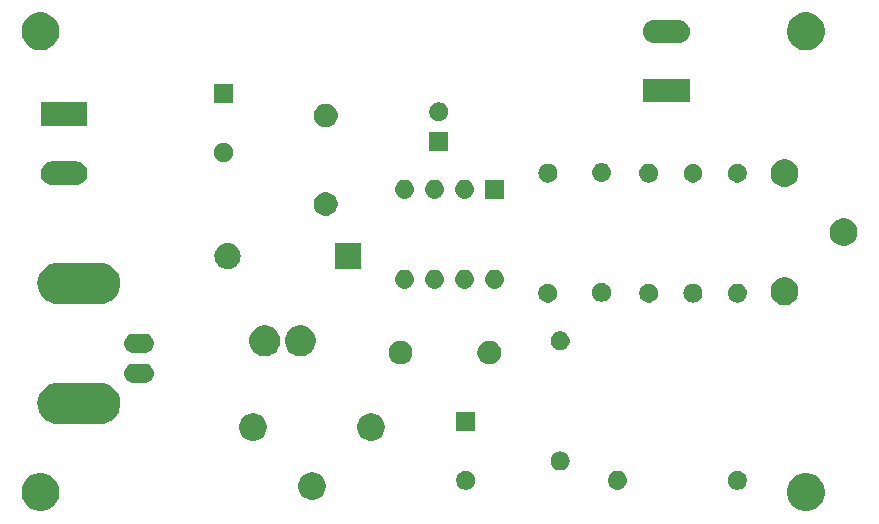
<source format=gbr>
G04 #@! TF.GenerationSoftware,KiCad,Pcbnew,5.0.2-bee76a0~70~ubuntu18.04.1*
G04 #@! TF.CreationDate,2019-07-10T16:12:49+01:00*
G04 #@! TF.ProjectId,led_driver,6c65645f-6472-4697-9665-722e6b696361,rev?*
G04 #@! TF.SameCoordinates,Original*
G04 #@! TF.FileFunction,Soldermask,Bot*
G04 #@! TF.FilePolarity,Negative*
%FSLAX46Y46*%
G04 Gerber Fmt 4.6, Leading zero omitted, Abs format (unit mm)*
G04 Created by KiCad (PCBNEW 5.0.2-bee76a0~70~ubuntu18.04.1) date Wed 10 Jul 2019 16:12:49 BST*
%MOMM*%
%LPD*%
G01*
G04 APERTURE LIST*
%ADD10C,0.100000*%
G04 APERTURE END LIST*
D10*
G36*
X156266703Y-95461486D02*
X156557883Y-95582097D01*
X156819944Y-95757201D01*
X157042799Y-95980056D01*
X157217903Y-96242117D01*
X157338514Y-96533297D01*
X157400000Y-96842412D01*
X157400000Y-97157588D01*
X157338514Y-97466703D01*
X157217903Y-97757883D01*
X157042799Y-98019944D01*
X156819944Y-98242799D01*
X156557883Y-98417903D01*
X156266703Y-98538514D01*
X155957588Y-98600000D01*
X155642412Y-98600000D01*
X155333297Y-98538514D01*
X155042117Y-98417903D01*
X154780056Y-98242799D01*
X154557201Y-98019944D01*
X154382097Y-97757883D01*
X154261486Y-97466703D01*
X154200000Y-97157588D01*
X154200000Y-96842412D01*
X154261486Y-96533297D01*
X154382097Y-96242117D01*
X154557201Y-95980056D01*
X154780056Y-95757201D01*
X155042117Y-95582097D01*
X155333297Y-95461486D01*
X155642412Y-95400000D01*
X155957588Y-95400000D01*
X156266703Y-95461486D01*
X156266703Y-95461486D01*
G37*
G36*
X91466703Y-95461486D02*
X91757883Y-95582097D01*
X92019944Y-95757201D01*
X92242799Y-95980056D01*
X92417903Y-96242117D01*
X92538514Y-96533297D01*
X92600000Y-96842412D01*
X92600000Y-97157588D01*
X92538514Y-97466703D01*
X92417903Y-97757883D01*
X92242799Y-98019944D01*
X92019944Y-98242799D01*
X91757883Y-98417903D01*
X91466703Y-98538514D01*
X91157588Y-98600000D01*
X90842412Y-98600000D01*
X90533297Y-98538514D01*
X90242117Y-98417903D01*
X89980056Y-98242799D01*
X89757201Y-98019944D01*
X89582097Y-97757883D01*
X89461486Y-97466703D01*
X89400000Y-97157588D01*
X89400000Y-96842412D01*
X89461486Y-96533297D01*
X89582097Y-96242117D01*
X89757201Y-95980056D01*
X89980056Y-95757201D01*
X90242117Y-95582097D01*
X90533297Y-95461486D01*
X90842412Y-95400000D01*
X91157588Y-95400000D01*
X91466703Y-95461486D01*
X91466703Y-95461486D01*
G37*
G36*
X114341274Y-95374962D02*
X114554204Y-95463160D01*
X114745833Y-95591203D01*
X114908797Y-95754167D01*
X115036840Y-95945796D01*
X115125038Y-96158726D01*
X115170000Y-96384764D01*
X115170000Y-96615236D01*
X115125038Y-96841274D01*
X115036840Y-97054204D01*
X114908797Y-97245833D01*
X114745833Y-97408797D01*
X114554204Y-97536840D01*
X114341274Y-97625038D01*
X114115236Y-97670000D01*
X113884764Y-97670000D01*
X113658726Y-97625038D01*
X113445796Y-97536840D01*
X113254167Y-97408797D01*
X113091203Y-97245833D01*
X112963160Y-97054204D01*
X112874962Y-96841274D01*
X112830000Y-96615236D01*
X112830000Y-96384764D01*
X112874962Y-96158726D01*
X112963160Y-95945796D01*
X113091203Y-95754167D01*
X113254167Y-95591203D01*
X113445796Y-95463160D01*
X113658726Y-95374962D01*
X113884764Y-95330000D01*
X114115236Y-95330000D01*
X114341274Y-95374962D01*
X114341274Y-95374962D01*
G37*
G36*
X127233352Y-95230743D02*
X127378941Y-95291048D01*
X127509973Y-95378601D01*
X127621399Y-95490027D01*
X127708952Y-95621059D01*
X127769257Y-95766648D01*
X127800000Y-95921205D01*
X127800000Y-96078795D01*
X127769257Y-96233352D01*
X127708952Y-96378941D01*
X127621399Y-96509973D01*
X127509973Y-96621399D01*
X127378941Y-96708952D01*
X127233352Y-96769257D01*
X127078795Y-96800000D01*
X126921205Y-96800000D01*
X126766648Y-96769257D01*
X126621059Y-96708952D01*
X126490027Y-96621399D01*
X126378601Y-96509973D01*
X126291048Y-96378941D01*
X126230743Y-96233352D01*
X126200000Y-96078795D01*
X126200000Y-95921205D01*
X126230743Y-95766648D01*
X126291048Y-95621059D01*
X126378601Y-95490027D01*
X126490027Y-95378601D01*
X126621059Y-95291048D01*
X126766648Y-95230743D01*
X126921205Y-95200000D01*
X127078795Y-95200000D01*
X127233352Y-95230743D01*
X127233352Y-95230743D01*
G37*
G36*
X139957649Y-95207717D02*
X139996827Y-95211576D01*
X140060012Y-95230743D01*
X140147629Y-95257321D01*
X140286608Y-95331608D01*
X140408422Y-95431578D01*
X140508392Y-95553392D01*
X140582679Y-95692371D01*
X140582679Y-95692372D01*
X140628424Y-95843173D01*
X140643870Y-96000000D01*
X140628424Y-96156827D01*
X140627848Y-96158726D01*
X140582679Y-96307629D01*
X140508392Y-96446608D01*
X140408422Y-96568422D01*
X140286608Y-96668392D01*
X140147629Y-96742679D01*
X140072227Y-96765552D01*
X139996827Y-96788424D01*
X139957649Y-96792283D01*
X139879295Y-96800000D01*
X139800705Y-96800000D01*
X139722351Y-96792283D01*
X139683173Y-96788424D01*
X139607773Y-96765552D01*
X139532371Y-96742679D01*
X139393392Y-96668392D01*
X139271578Y-96568422D01*
X139171608Y-96446608D01*
X139097321Y-96307629D01*
X139052152Y-96158726D01*
X139051576Y-96156827D01*
X139036130Y-96000000D01*
X139051576Y-95843173D01*
X139097321Y-95692372D01*
X139097321Y-95692371D01*
X139171608Y-95553392D01*
X139271578Y-95431578D01*
X139393392Y-95331608D01*
X139532371Y-95257321D01*
X139619988Y-95230743D01*
X139683173Y-95211576D01*
X139722351Y-95207717D01*
X139800705Y-95200000D01*
X139879295Y-95200000D01*
X139957649Y-95207717D01*
X139957649Y-95207717D01*
G37*
G36*
X150233352Y-95230743D02*
X150378941Y-95291048D01*
X150509973Y-95378601D01*
X150621399Y-95490027D01*
X150708952Y-95621059D01*
X150769257Y-95766648D01*
X150800000Y-95921205D01*
X150800000Y-96078795D01*
X150769257Y-96233352D01*
X150708952Y-96378941D01*
X150621399Y-96509973D01*
X150509973Y-96621399D01*
X150378941Y-96708952D01*
X150233352Y-96769257D01*
X150078795Y-96800000D01*
X149921205Y-96800000D01*
X149766648Y-96769257D01*
X149621059Y-96708952D01*
X149490027Y-96621399D01*
X149378601Y-96509973D01*
X149291048Y-96378941D01*
X149230743Y-96233352D01*
X149200000Y-96078795D01*
X149200000Y-95921205D01*
X149230743Y-95766648D01*
X149291048Y-95621059D01*
X149378601Y-95490027D01*
X149490027Y-95378601D01*
X149621059Y-95291048D01*
X149766648Y-95230743D01*
X149921205Y-95200000D01*
X150078795Y-95200000D01*
X150233352Y-95230743D01*
X150233352Y-95230743D01*
G37*
G36*
X135117649Y-93567717D02*
X135156827Y-93571576D01*
X135232227Y-93594448D01*
X135307629Y-93617321D01*
X135446608Y-93691608D01*
X135568422Y-93791578D01*
X135668392Y-93913392D01*
X135742679Y-94052371D01*
X135788424Y-94203174D01*
X135803870Y-94360000D01*
X135788424Y-94516826D01*
X135742679Y-94667629D01*
X135668392Y-94806608D01*
X135568422Y-94928422D01*
X135446608Y-95028392D01*
X135307629Y-95102679D01*
X135232228Y-95125551D01*
X135156827Y-95148424D01*
X135117649Y-95152283D01*
X135039295Y-95160000D01*
X134960705Y-95160000D01*
X134882351Y-95152283D01*
X134843173Y-95148424D01*
X134767772Y-95125551D01*
X134692371Y-95102679D01*
X134553392Y-95028392D01*
X134431578Y-94928422D01*
X134331608Y-94806608D01*
X134257321Y-94667629D01*
X134211576Y-94516826D01*
X134196130Y-94360000D01*
X134211576Y-94203174D01*
X134257321Y-94052371D01*
X134331608Y-93913392D01*
X134431578Y-93791578D01*
X134553392Y-93691608D01*
X134692371Y-93617321D01*
X134767773Y-93594448D01*
X134843173Y-93571576D01*
X134882351Y-93567717D01*
X134960705Y-93560000D01*
X135039295Y-93560000D01*
X135117649Y-93567717D01*
X135117649Y-93567717D01*
G37*
G36*
X119341274Y-90374962D02*
X119554204Y-90463160D01*
X119745833Y-90591203D01*
X119908797Y-90754167D01*
X120036840Y-90945796D01*
X120125038Y-91158726D01*
X120170000Y-91384764D01*
X120170000Y-91615236D01*
X120125038Y-91841274D01*
X120036840Y-92054204D01*
X119908797Y-92245833D01*
X119745833Y-92408797D01*
X119554204Y-92536840D01*
X119341274Y-92625038D01*
X119115236Y-92670000D01*
X118884764Y-92670000D01*
X118658726Y-92625038D01*
X118445796Y-92536840D01*
X118254167Y-92408797D01*
X118091203Y-92245833D01*
X117963160Y-92054204D01*
X117874962Y-91841274D01*
X117830000Y-91615236D01*
X117830000Y-91384764D01*
X117874962Y-91158726D01*
X117963160Y-90945796D01*
X118091203Y-90754167D01*
X118254167Y-90591203D01*
X118445796Y-90463160D01*
X118658726Y-90374962D01*
X118884764Y-90330000D01*
X119115236Y-90330000D01*
X119341274Y-90374962D01*
X119341274Y-90374962D01*
G37*
G36*
X109341274Y-90374962D02*
X109554204Y-90463160D01*
X109745833Y-90591203D01*
X109908797Y-90754167D01*
X110036840Y-90945796D01*
X110125038Y-91158726D01*
X110170000Y-91384764D01*
X110170000Y-91615236D01*
X110125038Y-91841274D01*
X110036840Y-92054204D01*
X109908797Y-92245833D01*
X109745833Y-92408797D01*
X109554204Y-92536840D01*
X109341274Y-92625038D01*
X109115236Y-92670000D01*
X108884764Y-92670000D01*
X108658726Y-92625038D01*
X108445796Y-92536840D01*
X108254167Y-92408797D01*
X108091203Y-92245833D01*
X107963160Y-92054204D01*
X107874962Y-91841274D01*
X107830000Y-91615236D01*
X107830000Y-91384764D01*
X107874962Y-91158726D01*
X107963160Y-90945796D01*
X108091203Y-90754167D01*
X108254167Y-90591203D01*
X108445796Y-90463160D01*
X108658726Y-90374962D01*
X108884764Y-90330000D01*
X109115236Y-90330000D01*
X109341274Y-90374962D01*
X109341274Y-90374962D01*
G37*
G36*
X127800000Y-91800000D02*
X126200000Y-91800000D01*
X126200000Y-90200000D01*
X127800000Y-90200000D01*
X127800000Y-91800000D01*
X127800000Y-91800000D01*
G37*
G36*
X96181065Y-87742640D02*
X96352460Y-87759521D01*
X96572377Y-87826232D01*
X96682337Y-87859588D01*
X96844837Y-87946447D01*
X96986352Y-88022088D01*
X96986354Y-88022089D01*
X96986353Y-88022089D01*
X97252824Y-88240776D01*
X97471511Y-88507247D01*
X97634012Y-88811263D01*
X97634012Y-88811264D01*
X97734079Y-89141140D01*
X97767867Y-89484200D01*
X97734079Y-89827260D01*
X97667368Y-90047177D01*
X97634012Y-90157137D01*
X97611101Y-90200000D01*
X97471512Y-90461152D01*
X97252824Y-90727624D01*
X96986352Y-90946312D01*
X96844837Y-91021953D01*
X96682337Y-91108812D01*
X96572377Y-91142168D01*
X96352460Y-91208879D01*
X96181065Y-91225760D01*
X96095369Y-91234200D01*
X92423431Y-91234200D01*
X92337735Y-91225760D01*
X92166340Y-91208879D01*
X91946423Y-91142168D01*
X91836463Y-91108812D01*
X91673963Y-91021953D01*
X91532448Y-90946312D01*
X91265976Y-90727624D01*
X91047288Y-90461152D01*
X90907699Y-90200000D01*
X90884788Y-90157137D01*
X90851432Y-90047177D01*
X90784721Y-89827260D01*
X90750933Y-89484200D01*
X90784721Y-89141140D01*
X90884788Y-88811264D01*
X90884788Y-88811263D01*
X91047289Y-88507247D01*
X91265976Y-88240776D01*
X91532447Y-88022089D01*
X91532446Y-88022089D01*
X91532448Y-88022088D01*
X91673963Y-87946447D01*
X91836463Y-87859588D01*
X91946423Y-87826232D01*
X92166340Y-87759521D01*
X92337735Y-87742640D01*
X92423431Y-87734200D01*
X96095369Y-87734200D01*
X96181065Y-87742640D01*
X96181065Y-87742640D01*
G37*
G36*
X99907049Y-86151917D02*
X99946227Y-86155776D01*
X100021627Y-86178648D01*
X100097029Y-86201521D01*
X100236008Y-86275808D01*
X100357822Y-86375778D01*
X100457792Y-86497592D01*
X100532079Y-86636571D01*
X100577824Y-86787374D01*
X100593270Y-86944200D01*
X100577824Y-87101026D01*
X100532079Y-87251829D01*
X100457792Y-87390808D01*
X100357822Y-87512622D01*
X100236008Y-87612592D01*
X100097029Y-87686879D01*
X100021628Y-87709751D01*
X99946227Y-87732624D01*
X99930225Y-87734200D01*
X99828695Y-87744200D01*
X98850105Y-87744200D01*
X98748575Y-87734200D01*
X98732573Y-87732624D01*
X98657172Y-87709751D01*
X98581771Y-87686879D01*
X98442792Y-87612592D01*
X98320978Y-87512622D01*
X98221008Y-87390808D01*
X98146721Y-87251829D01*
X98100976Y-87101026D01*
X98085530Y-86944200D01*
X98100976Y-86787374D01*
X98146721Y-86636571D01*
X98221008Y-86497592D01*
X98320978Y-86375778D01*
X98442792Y-86275808D01*
X98581771Y-86201521D01*
X98657173Y-86178648D01*
X98732573Y-86155776D01*
X98771751Y-86151917D01*
X98850105Y-86144200D01*
X99828695Y-86144200D01*
X99907049Y-86151917D01*
X99907049Y-86151917D01*
G37*
G36*
X121675770Y-84215372D02*
X121791689Y-84238429D01*
X121973678Y-84313811D01*
X122137463Y-84423249D01*
X122276751Y-84562537D01*
X122386189Y-84726322D01*
X122461571Y-84908311D01*
X122474363Y-84972622D01*
X122500000Y-85101507D01*
X122500000Y-85298493D01*
X122484628Y-85375770D01*
X122461571Y-85491689D01*
X122386189Y-85673678D01*
X122276751Y-85837463D01*
X122137463Y-85976751D01*
X121973678Y-86086189D01*
X121791689Y-86161571D01*
X121675770Y-86184628D01*
X121598493Y-86200000D01*
X121401507Y-86200000D01*
X121324230Y-86184628D01*
X121208311Y-86161571D01*
X121026322Y-86086189D01*
X120862537Y-85976751D01*
X120723249Y-85837463D01*
X120613811Y-85673678D01*
X120538429Y-85491689D01*
X120515372Y-85375770D01*
X120500000Y-85298493D01*
X120500000Y-85101507D01*
X120525637Y-84972622D01*
X120538429Y-84908311D01*
X120613811Y-84726322D01*
X120723249Y-84562537D01*
X120862537Y-84423249D01*
X121026322Y-84313811D01*
X121208311Y-84238429D01*
X121324230Y-84215372D01*
X121401507Y-84200000D01*
X121598493Y-84200000D01*
X121675770Y-84215372D01*
X121675770Y-84215372D01*
G37*
G36*
X129175770Y-84215372D02*
X129291689Y-84238429D01*
X129473678Y-84313811D01*
X129637463Y-84423249D01*
X129776751Y-84562537D01*
X129886189Y-84726322D01*
X129961571Y-84908311D01*
X129974363Y-84972622D01*
X130000000Y-85101507D01*
X130000000Y-85298493D01*
X129984628Y-85375770D01*
X129961571Y-85491689D01*
X129886189Y-85673678D01*
X129776751Y-85837463D01*
X129637463Y-85976751D01*
X129473678Y-86086189D01*
X129291689Y-86161571D01*
X129175770Y-86184628D01*
X129098493Y-86200000D01*
X128901507Y-86200000D01*
X128824230Y-86184628D01*
X128708311Y-86161571D01*
X128526322Y-86086189D01*
X128362537Y-85976751D01*
X128223249Y-85837463D01*
X128113811Y-85673678D01*
X128038429Y-85491689D01*
X128015372Y-85375770D01*
X128000000Y-85298493D01*
X128000000Y-85101507D01*
X128025637Y-84972622D01*
X128038429Y-84908311D01*
X128113811Y-84726322D01*
X128223249Y-84562537D01*
X128362537Y-84423249D01*
X128526322Y-84313811D01*
X128708311Y-84238429D01*
X128824230Y-84215372D01*
X128901507Y-84200000D01*
X129098493Y-84200000D01*
X129175770Y-84215372D01*
X129175770Y-84215372D01*
G37*
G36*
X110379196Y-82949958D02*
X110615780Y-83047954D01*
X110828705Y-83190226D01*
X111009774Y-83371295D01*
X111152046Y-83584220D01*
X111250042Y-83820804D01*
X111300000Y-84071960D01*
X111300000Y-84328040D01*
X111250042Y-84579196D01*
X111152046Y-84815780D01*
X111009774Y-85028705D01*
X110828705Y-85209774D01*
X110615780Y-85352046D01*
X110379196Y-85450042D01*
X110128040Y-85500000D01*
X109871960Y-85500000D01*
X109620804Y-85450042D01*
X109384220Y-85352046D01*
X109171295Y-85209774D01*
X108990226Y-85028705D01*
X108847954Y-84815780D01*
X108749958Y-84579196D01*
X108700000Y-84328040D01*
X108700000Y-84071960D01*
X108749958Y-83820804D01*
X108847954Y-83584220D01*
X108990226Y-83371295D01*
X109171295Y-83190226D01*
X109384220Y-83047954D01*
X109620804Y-82949958D01*
X109871960Y-82900000D01*
X110128040Y-82900000D01*
X110379196Y-82949958D01*
X110379196Y-82949958D01*
G37*
G36*
X113379196Y-82949958D02*
X113615780Y-83047954D01*
X113828705Y-83190226D01*
X114009774Y-83371295D01*
X114152046Y-83584220D01*
X114250042Y-83820804D01*
X114300000Y-84071960D01*
X114300000Y-84328040D01*
X114250042Y-84579196D01*
X114152046Y-84815780D01*
X114009774Y-85028705D01*
X113828705Y-85209774D01*
X113615780Y-85352046D01*
X113379196Y-85450042D01*
X113128040Y-85500000D01*
X112871960Y-85500000D01*
X112620804Y-85450042D01*
X112384220Y-85352046D01*
X112171295Y-85209774D01*
X111990226Y-85028705D01*
X111847954Y-84815780D01*
X111749958Y-84579196D01*
X111700000Y-84328040D01*
X111700000Y-84071960D01*
X111749958Y-83820804D01*
X111847954Y-83584220D01*
X111990226Y-83371295D01*
X112171295Y-83190226D01*
X112384220Y-83047954D01*
X112620804Y-82949958D01*
X112871960Y-82900000D01*
X113128040Y-82900000D01*
X113379196Y-82949958D01*
X113379196Y-82949958D01*
G37*
G36*
X99907049Y-83611917D02*
X99946227Y-83615776D01*
X100021628Y-83638649D01*
X100097029Y-83661521D01*
X100236008Y-83735808D01*
X100357822Y-83835778D01*
X100457792Y-83957592D01*
X100532079Y-84096571D01*
X100539552Y-84121207D01*
X100577824Y-84247373D01*
X100593270Y-84404200D01*
X100577824Y-84561027D01*
X100572312Y-84579196D01*
X100532079Y-84711829D01*
X100457792Y-84850808D01*
X100357822Y-84972622D01*
X100236008Y-85072592D01*
X100097029Y-85146879D01*
X100021628Y-85169751D01*
X99946227Y-85192624D01*
X99907049Y-85196483D01*
X99828695Y-85204200D01*
X98850105Y-85204200D01*
X98771751Y-85196483D01*
X98732573Y-85192624D01*
X98657172Y-85169751D01*
X98581771Y-85146879D01*
X98442792Y-85072592D01*
X98320978Y-84972622D01*
X98221008Y-84850808D01*
X98146721Y-84711829D01*
X98106488Y-84579196D01*
X98100976Y-84561027D01*
X98085530Y-84404200D01*
X98100976Y-84247373D01*
X98139248Y-84121207D01*
X98146721Y-84096571D01*
X98221008Y-83957592D01*
X98320978Y-83835778D01*
X98442792Y-83735808D01*
X98581771Y-83661521D01*
X98657172Y-83638649D01*
X98732573Y-83615776D01*
X98771751Y-83611917D01*
X98850105Y-83604200D01*
X99828695Y-83604200D01*
X99907049Y-83611917D01*
X99907049Y-83611917D01*
G37*
G36*
X135233352Y-83430743D02*
X135378941Y-83491048D01*
X135509973Y-83578601D01*
X135621399Y-83690027D01*
X135708952Y-83821059D01*
X135769257Y-83966648D01*
X135800000Y-84121205D01*
X135800000Y-84278795D01*
X135769257Y-84433352D01*
X135708952Y-84578941D01*
X135621399Y-84709973D01*
X135509973Y-84821399D01*
X135378941Y-84908952D01*
X135233352Y-84969257D01*
X135078795Y-85000000D01*
X134921205Y-85000000D01*
X134766648Y-84969257D01*
X134621059Y-84908952D01*
X134490027Y-84821399D01*
X134378601Y-84709973D01*
X134291048Y-84578941D01*
X134230743Y-84433352D01*
X134200000Y-84278795D01*
X134200000Y-84121205D01*
X134230743Y-83966648D01*
X134291048Y-83821059D01*
X134378601Y-83690027D01*
X134490027Y-83578601D01*
X134621059Y-83491048D01*
X134766648Y-83430743D01*
X134921205Y-83400000D01*
X135078795Y-83400000D01*
X135233352Y-83430743D01*
X135233352Y-83430743D01*
G37*
G36*
X154341274Y-78874962D02*
X154554204Y-78963160D01*
X154745833Y-79091203D01*
X154908797Y-79254167D01*
X155036840Y-79445796D01*
X155125038Y-79658726D01*
X155170000Y-79884764D01*
X155170000Y-80115236D01*
X155125038Y-80341274D01*
X155036840Y-80554204D01*
X154908797Y-80745833D01*
X154745833Y-80908797D01*
X154554204Y-81036840D01*
X154341274Y-81125038D01*
X154115236Y-81170000D01*
X153884764Y-81170000D01*
X153658726Y-81125038D01*
X153445796Y-81036840D01*
X153254167Y-80908797D01*
X153091203Y-80745833D01*
X152963160Y-80554204D01*
X152874962Y-80341274D01*
X152830000Y-80115236D01*
X152830000Y-79884764D01*
X152874962Y-79658726D01*
X152963160Y-79445796D01*
X153091203Y-79254167D01*
X153254167Y-79091203D01*
X153445796Y-78963160D01*
X153658726Y-78874962D01*
X153884764Y-78830000D01*
X154115236Y-78830000D01*
X154341274Y-78874962D01*
X154341274Y-78874962D01*
G37*
G36*
X96181065Y-77582640D02*
X96352460Y-77599521D01*
X96572377Y-77666232D01*
X96682337Y-77699588D01*
X96835734Y-77781581D01*
X96986352Y-77862088D01*
X97252824Y-78080776D01*
X97471512Y-78347248D01*
X97547153Y-78488763D01*
X97634012Y-78651263D01*
X97640658Y-78673172D01*
X97734079Y-78981140D01*
X97767867Y-79324200D01*
X97734079Y-79667260D01*
X97674080Y-79865049D01*
X97634012Y-79997137D01*
X97622001Y-80019607D01*
X97471512Y-80301152D01*
X97252824Y-80567624D01*
X96986352Y-80786312D01*
X96907626Y-80828392D01*
X96682337Y-80948812D01*
X96572377Y-80982168D01*
X96352460Y-81048879D01*
X96181065Y-81065760D01*
X96095369Y-81074200D01*
X92423431Y-81074200D01*
X92337735Y-81065760D01*
X92166340Y-81048879D01*
X91946423Y-80982168D01*
X91836463Y-80948812D01*
X91611174Y-80828392D01*
X91532448Y-80786312D01*
X91265976Y-80567624D01*
X91047288Y-80301152D01*
X90896799Y-80019607D01*
X90884788Y-79997137D01*
X90844720Y-79865049D01*
X90784721Y-79667260D01*
X90750933Y-79324200D01*
X90784721Y-78981140D01*
X90878142Y-78673172D01*
X90884788Y-78651263D01*
X90971647Y-78488763D01*
X91047288Y-78347248D01*
X91265976Y-78080776D01*
X91532448Y-77862088D01*
X91683066Y-77781581D01*
X91836463Y-77699588D01*
X91946423Y-77666232D01*
X92166340Y-77599521D01*
X92337735Y-77582640D01*
X92423431Y-77574200D01*
X96095369Y-77574200D01*
X96181065Y-77582640D01*
X96181065Y-77582640D01*
G37*
G36*
X134192952Y-79390743D02*
X134338541Y-79451048D01*
X134469573Y-79538601D01*
X134580999Y-79650027D01*
X134668552Y-79781059D01*
X134728857Y-79926648D01*
X134759600Y-80081205D01*
X134759600Y-80238795D01*
X134728857Y-80393352D01*
X134668552Y-80538941D01*
X134580999Y-80669973D01*
X134469573Y-80781399D01*
X134338541Y-80868952D01*
X134192952Y-80929257D01*
X134038395Y-80960000D01*
X133880805Y-80960000D01*
X133726248Y-80929257D01*
X133580659Y-80868952D01*
X133449627Y-80781399D01*
X133338201Y-80669973D01*
X133250648Y-80538941D01*
X133190343Y-80393352D01*
X133159600Y-80238795D01*
X133159600Y-80081205D01*
X133190343Y-79926648D01*
X133250648Y-79781059D01*
X133338201Y-79650027D01*
X133449627Y-79538601D01*
X133580659Y-79451048D01*
X133726248Y-79390743D01*
X133880805Y-79360000D01*
X134038395Y-79360000D01*
X134192952Y-79390743D01*
X134192952Y-79390743D01*
G37*
G36*
X142733352Y-79390743D02*
X142878941Y-79451048D01*
X143009973Y-79538601D01*
X143121399Y-79650027D01*
X143208952Y-79781059D01*
X143269257Y-79926648D01*
X143300000Y-80081205D01*
X143300000Y-80238795D01*
X143269257Y-80393352D01*
X143208952Y-80538941D01*
X143121399Y-80669973D01*
X143009973Y-80781399D01*
X142878941Y-80868952D01*
X142733352Y-80929257D01*
X142578795Y-80960000D01*
X142421205Y-80960000D01*
X142266648Y-80929257D01*
X142121059Y-80868952D01*
X141990027Y-80781399D01*
X141878601Y-80669973D01*
X141791048Y-80538941D01*
X141730743Y-80393352D01*
X141700000Y-80238795D01*
X141700000Y-80081205D01*
X141730743Y-79926648D01*
X141791048Y-79781059D01*
X141878601Y-79650027D01*
X141990027Y-79538601D01*
X142121059Y-79451048D01*
X142266648Y-79390743D01*
X142421205Y-79360000D01*
X142578795Y-79360000D01*
X142733352Y-79390743D01*
X142733352Y-79390743D01*
G37*
G36*
X146367649Y-79367717D02*
X146406827Y-79371576D01*
X146465743Y-79389448D01*
X146557629Y-79417321D01*
X146696608Y-79491608D01*
X146818422Y-79591578D01*
X146918392Y-79713392D01*
X146992679Y-79852371D01*
X146992679Y-79852372D01*
X147038424Y-80003173D01*
X147053870Y-80160000D01*
X147038424Y-80316827D01*
X147031008Y-80341274D01*
X146992679Y-80467629D01*
X146918392Y-80606608D01*
X146818422Y-80728422D01*
X146696608Y-80828392D01*
X146557629Y-80902679D01*
X146482227Y-80925552D01*
X146406827Y-80948424D01*
X146367649Y-80952283D01*
X146289295Y-80960000D01*
X146210705Y-80960000D01*
X146132351Y-80952283D01*
X146093173Y-80948424D01*
X146017773Y-80925552D01*
X145942371Y-80902679D01*
X145803392Y-80828392D01*
X145681578Y-80728422D01*
X145581608Y-80606608D01*
X145507321Y-80467629D01*
X145468992Y-80341274D01*
X145461576Y-80316827D01*
X145446130Y-80160000D01*
X145461576Y-80003173D01*
X145507321Y-79852372D01*
X145507321Y-79852371D01*
X145581608Y-79713392D01*
X145681578Y-79591578D01*
X145803392Y-79491608D01*
X145942371Y-79417321D01*
X146034257Y-79389448D01*
X146093173Y-79371576D01*
X146132351Y-79367717D01*
X146210705Y-79360000D01*
X146289295Y-79360000D01*
X146367649Y-79367717D01*
X146367649Y-79367717D01*
G37*
G36*
X150117649Y-79367717D02*
X150156827Y-79371576D01*
X150215743Y-79389448D01*
X150307629Y-79417321D01*
X150446608Y-79491608D01*
X150568422Y-79591578D01*
X150668392Y-79713392D01*
X150742679Y-79852371D01*
X150742679Y-79852372D01*
X150788424Y-80003173D01*
X150803870Y-80160000D01*
X150788424Y-80316827D01*
X150781008Y-80341274D01*
X150742679Y-80467629D01*
X150668392Y-80606608D01*
X150568422Y-80728422D01*
X150446608Y-80828392D01*
X150307629Y-80902679D01*
X150232227Y-80925552D01*
X150156827Y-80948424D01*
X150117649Y-80952283D01*
X150039295Y-80960000D01*
X149960705Y-80960000D01*
X149882351Y-80952283D01*
X149843173Y-80948424D01*
X149767773Y-80925552D01*
X149692371Y-80902679D01*
X149553392Y-80828392D01*
X149431578Y-80728422D01*
X149331608Y-80606608D01*
X149257321Y-80467629D01*
X149218992Y-80341274D01*
X149211576Y-80316827D01*
X149196130Y-80160000D01*
X149211576Y-80003173D01*
X149257321Y-79852372D01*
X149257321Y-79852371D01*
X149331608Y-79713392D01*
X149431578Y-79591578D01*
X149553392Y-79491608D01*
X149692371Y-79417321D01*
X149784257Y-79389448D01*
X149843173Y-79371576D01*
X149882351Y-79367717D01*
X149960705Y-79360000D01*
X150039295Y-79360000D01*
X150117649Y-79367717D01*
X150117649Y-79367717D01*
G37*
G36*
X138733352Y-79329143D02*
X138878941Y-79389448D01*
X139009973Y-79477001D01*
X139121399Y-79588427D01*
X139208952Y-79719459D01*
X139269257Y-79865048D01*
X139300000Y-80019605D01*
X139300000Y-80177195D01*
X139269257Y-80331752D01*
X139208952Y-80477341D01*
X139121399Y-80608373D01*
X139009973Y-80719799D01*
X138878941Y-80807352D01*
X138733352Y-80867657D01*
X138578795Y-80898400D01*
X138421205Y-80898400D01*
X138266648Y-80867657D01*
X138121059Y-80807352D01*
X137990027Y-80719799D01*
X137878601Y-80608373D01*
X137791048Y-80477341D01*
X137730743Y-80331752D01*
X137700000Y-80177195D01*
X137700000Y-80019605D01*
X137730743Y-79865048D01*
X137791048Y-79719459D01*
X137878601Y-79588427D01*
X137990027Y-79477001D01*
X138121059Y-79389448D01*
X138266648Y-79329143D01*
X138421205Y-79298400D01*
X138578795Y-79298400D01*
X138733352Y-79329143D01*
X138733352Y-79329143D01*
G37*
G36*
X129556049Y-78188517D02*
X129595227Y-78192376D01*
X129670627Y-78215248D01*
X129746029Y-78238121D01*
X129885008Y-78312408D01*
X130006822Y-78412378D01*
X130106792Y-78534192D01*
X130181079Y-78673171D01*
X130226824Y-78823974D01*
X130242270Y-78980800D01*
X130226824Y-79137626D01*
X130181079Y-79288429D01*
X130106792Y-79427408D01*
X130006822Y-79549222D01*
X129885008Y-79649192D01*
X129746029Y-79723479D01*
X129670627Y-79746352D01*
X129595227Y-79769224D01*
X129556049Y-79773083D01*
X129477695Y-79780800D01*
X129399105Y-79780800D01*
X129320751Y-79773083D01*
X129281573Y-79769224D01*
X129206173Y-79746352D01*
X129130771Y-79723479D01*
X128991792Y-79649192D01*
X128869978Y-79549222D01*
X128770008Y-79427408D01*
X128695721Y-79288429D01*
X128649976Y-79137626D01*
X128634530Y-78980800D01*
X128649976Y-78823974D01*
X128695721Y-78673171D01*
X128770008Y-78534192D01*
X128869978Y-78412378D01*
X128991792Y-78312408D01*
X129130771Y-78238121D01*
X129206173Y-78215248D01*
X129281573Y-78192376D01*
X129320751Y-78188517D01*
X129399105Y-78180800D01*
X129477695Y-78180800D01*
X129556049Y-78188517D01*
X129556049Y-78188517D01*
G37*
G36*
X124476049Y-78188517D02*
X124515227Y-78192376D01*
X124590627Y-78215248D01*
X124666029Y-78238121D01*
X124805008Y-78312408D01*
X124926822Y-78412378D01*
X125026792Y-78534192D01*
X125101079Y-78673171D01*
X125146824Y-78823974D01*
X125162270Y-78980800D01*
X125146824Y-79137626D01*
X125101079Y-79288429D01*
X125026792Y-79427408D01*
X124926822Y-79549222D01*
X124805008Y-79649192D01*
X124666029Y-79723479D01*
X124590627Y-79746352D01*
X124515227Y-79769224D01*
X124476049Y-79773083D01*
X124397695Y-79780800D01*
X124319105Y-79780800D01*
X124240751Y-79773083D01*
X124201573Y-79769224D01*
X124126173Y-79746352D01*
X124050771Y-79723479D01*
X123911792Y-79649192D01*
X123789978Y-79549222D01*
X123690008Y-79427408D01*
X123615721Y-79288429D01*
X123569976Y-79137626D01*
X123554530Y-78980800D01*
X123569976Y-78823974D01*
X123615721Y-78673171D01*
X123690008Y-78534192D01*
X123789978Y-78412378D01*
X123911792Y-78312408D01*
X124050771Y-78238121D01*
X124126173Y-78215248D01*
X124201573Y-78192376D01*
X124240751Y-78188517D01*
X124319105Y-78180800D01*
X124397695Y-78180800D01*
X124476049Y-78188517D01*
X124476049Y-78188517D01*
G37*
G36*
X127016049Y-78188517D02*
X127055227Y-78192376D01*
X127130627Y-78215248D01*
X127206029Y-78238121D01*
X127345008Y-78312408D01*
X127466822Y-78412378D01*
X127566792Y-78534192D01*
X127641079Y-78673171D01*
X127686824Y-78823974D01*
X127702270Y-78980800D01*
X127686824Y-79137626D01*
X127641079Y-79288429D01*
X127566792Y-79427408D01*
X127466822Y-79549222D01*
X127345008Y-79649192D01*
X127206029Y-79723479D01*
X127130627Y-79746352D01*
X127055227Y-79769224D01*
X127016049Y-79773083D01*
X126937695Y-79780800D01*
X126859105Y-79780800D01*
X126780751Y-79773083D01*
X126741573Y-79769224D01*
X126666173Y-79746352D01*
X126590771Y-79723479D01*
X126451792Y-79649192D01*
X126329978Y-79549222D01*
X126230008Y-79427408D01*
X126155721Y-79288429D01*
X126109976Y-79137626D01*
X126094530Y-78980800D01*
X126109976Y-78823974D01*
X126155721Y-78673171D01*
X126230008Y-78534192D01*
X126329978Y-78412378D01*
X126451792Y-78312408D01*
X126590771Y-78238121D01*
X126666173Y-78215248D01*
X126741573Y-78192376D01*
X126780751Y-78188517D01*
X126859105Y-78180800D01*
X126937695Y-78180800D01*
X127016049Y-78188517D01*
X127016049Y-78188517D01*
G37*
G36*
X121936049Y-78188517D02*
X121975227Y-78192376D01*
X122050627Y-78215248D01*
X122126029Y-78238121D01*
X122265008Y-78312408D01*
X122386822Y-78412378D01*
X122486792Y-78534192D01*
X122561079Y-78673171D01*
X122606824Y-78823974D01*
X122622270Y-78980800D01*
X122606824Y-79137626D01*
X122561079Y-79288429D01*
X122486792Y-79427408D01*
X122386822Y-79549222D01*
X122265008Y-79649192D01*
X122126029Y-79723479D01*
X122050627Y-79746352D01*
X121975227Y-79769224D01*
X121936049Y-79773083D01*
X121857695Y-79780800D01*
X121779105Y-79780800D01*
X121700751Y-79773083D01*
X121661573Y-79769224D01*
X121586173Y-79746352D01*
X121510771Y-79723479D01*
X121371792Y-79649192D01*
X121249978Y-79549222D01*
X121150008Y-79427408D01*
X121075721Y-79288429D01*
X121029976Y-79137626D01*
X121014530Y-78980800D01*
X121029976Y-78823974D01*
X121075721Y-78673171D01*
X121150008Y-78534192D01*
X121249978Y-78412378D01*
X121371792Y-78312408D01*
X121510771Y-78238121D01*
X121586173Y-78215248D01*
X121661573Y-78192376D01*
X121700751Y-78188517D01*
X121779105Y-78180800D01*
X121857695Y-78180800D01*
X121936049Y-78188517D01*
X121936049Y-78188517D01*
G37*
G36*
X118100000Y-78100000D02*
X115900000Y-78100000D01*
X115900000Y-75900000D01*
X118100000Y-75900000D01*
X118100000Y-78100000D01*
X118100000Y-78100000D01*
G37*
G36*
X107055639Y-75915916D02*
X107262986Y-75978815D01*
X107262988Y-75978816D01*
X107454084Y-76080958D01*
X107621581Y-76218419D01*
X107759042Y-76385916D01*
X107861184Y-76577012D01*
X107924084Y-76784362D01*
X107945322Y-77000000D01*
X107924084Y-77215638D01*
X107861184Y-77422988D01*
X107759042Y-77614084D01*
X107621581Y-77781581D01*
X107454084Y-77919042D01*
X107262988Y-78021184D01*
X107262986Y-78021185D01*
X107055639Y-78084084D01*
X106894038Y-78100000D01*
X106785962Y-78100000D01*
X106624361Y-78084084D01*
X106417014Y-78021185D01*
X106417012Y-78021184D01*
X106225916Y-77919042D01*
X106058419Y-77781581D01*
X105920958Y-77614084D01*
X105818816Y-77422988D01*
X105755916Y-77215638D01*
X105734678Y-77000000D01*
X105755916Y-76784362D01*
X105818816Y-76577012D01*
X105920958Y-76385916D01*
X106058419Y-76218419D01*
X106225916Y-76080958D01*
X106417012Y-75978816D01*
X106417014Y-75978815D01*
X106624361Y-75915916D01*
X106785962Y-75900000D01*
X106894038Y-75900000D01*
X107055639Y-75915916D01*
X107055639Y-75915916D01*
G37*
G36*
X159341274Y-73874962D02*
X159554204Y-73963160D01*
X159745833Y-74091203D01*
X159908797Y-74254167D01*
X160036840Y-74445796D01*
X160125038Y-74658726D01*
X160170000Y-74884764D01*
X160170000Y-75115236D01*
X160125038Y-75341274D01*
X160036840Y-75554204D01*
X159908797Y-75745833D01*
X159745833Y-75908797D01*
X159554204Y-76036840D01*
X159341274Y-76125038D01*
X159115236Y-76170000D01*
X158884764Y-76170000D01*
X158658726Y-76125038D01*
X158445796Y-76036840D01*
X158254167Y-75908797D01*
X158091203Y-75745833D01*
X157963160Y-75554204D01*
X157874962Y-75341274D01*
X157830000Y-75115236D01*
X157830000Y-74884764D01*
X157874962Y-74658726D01*
X157963160Y-74445796D01*
X158091203Y-74254167D01*
X158254167Y-74091203D01*
X158445796Y-73963160D01*
X158658726Y-73874962D01*
X158884764Y-73830000D01*
X159115236Y-73830000D01*
X159341274Y-73874962D01*
X159341274Y-73874962D01*
G37*
G36*
X115339370Y-71627772D02*
X115455289Y-71650829D01*
X115637278Y-71726211D01*
X115801063Y-71835649D01*
X115940351Y-71974937D01*
X116049789Y-72138722D01*
X116125171Y-72320711D01*
X116163600Y-72513909D01*
X116163600Y-72710891D01*
X116125171Y-72904089D01*
X116049789Y-73086078D01*
X115940351Y-73249863D01*
X115801063Y-73389151D01*
X115637278Y-73498589D01*
X115455289Y-73573971D01*
X115339370Y-73597028D01*
X115262093Y-73612400D01*
X115065107Y-73612400D01*
X114987830Y-73597028D01*
X114871911Y-73573971D01*
X114689922Y-73498589D01*
X114526137Y-73389151D01*
X114386849Y-73249863D01*
X114277411Y-73086078D01*
X114202029Y-72904089D01*
X114163600Y-72710891D01*
X114163600Y-72513909D01*
X114202029Y-72320711D01*
X114277411Y-72138722D01*
X114386849Y-71974937D01*
X114526137Y-71835649D01*
X114689922Y-71726211D01*
X114871911Y-71650829D01*
X114987830Y-71627772D01*
X115065107Y-71612400D01*
X115262093Y-71612400D01*
X115339370Y-71627772D01*
X115339370Y-71627772D01*
G37*
G36*
X121935081Y-70568422D02*
X121975227Y-70572376D01*
X122050627Y-70595248D01*
X122126029Y-70618121D01*
X122265008Y-70692408D01*
X122386822Y-70792378D01*
X122486792Y-70914192D01*
X122561079Y-71053171D01*
X122606824Y-71203974D01*
X122622270Y-71360800D01*
X122606824Y-71517626D01*
X122561079Y-71668429D01*
X122486792Y-71807408D01*
X122386822Y-71929222D01*
X122265008Y-72029192D01*
X122126029Y-72103479D01*
X122050628Y-72126351D01*
X121975227Y-72149224D01*
X121936049Y-72153083D01*
X121857695Y-72160800D01*
X121779105Y-72160800D01*
X121700751Y-72153083D01*
X121661573Y-72149224D01*
X121586172Y-72126351D01*
X121510771Y-72103479D01*
X121371792Y-72029192D01*
X121249978Y-71929222D01*
X121150008Y-71807408D01*
X121075721Y-71668429D01*
X121029976Y-71517626D01*
X121014530Y-71360800D01*
X121029976Y-71203974D01*
X121075721Y-71053171D01*
X121150008Y-70914192D01*
X121249978Y-70792378D01*
X121371792Y-70692408D01*
X121510771Y-70618121D01*
X121586173Y-70595248D01*
X121661573Y-70572376D01*
X121701719Y-70568422D01*
X121779105Y-70560800D01*
X121857695Y-70560800D01*
X121935081Y-70568422D01*
X121935081Y-70568422D01*
G37*
G36*
X124475081Y-70568422D02*
X124515227Y-70572376D01*
X124590627Y-70595248D01*
X124666029Y-70618121D01*
X124805008Y-70692408D01*
X124926822Y-70792378D01*
X125026792Y-70914192D01*
X125101079Y-71053171D01*
X125146824Y-71203974D01*
X125162270Y-71360800D01*
X125146824Y-71517626D01*
X125101079Y-71668429D01*
X125026792Y-71807408D01*
X124926822Y-71929222D01*
X124805008Y-72029192D01*
X124666029Y-72103479D01*
X124590628Y-72126351D01*
X124515227Y-72149224D01*
X124476049Y-72153083D01*
X124397695Y-72160800D01*
X124319105Y-72160800D01*
X124240751Y-72153083D01*
X124201573Y-72149224D01*
X124126172Y-72126351D01*
X124050771Y-72103479D01*
X123911792Y-72029192D01*
X123789978Y-71929222D01*
X123690008Y-71807408D01*
X123615721Y-71668429D01*
X123569976Y-71517626D01*
X123554530Y-71360800D01*
X123569976Y-71203974D01*
X123615721Y-71053171D01*
X123690008Y-70914192D01*
X123789978Y-70792378D01*
X123911792Y-70692408D01*
X124050771Y-70618121D01*
X124126173Y-70595248D01*
X124201573Y-70572376D01*
X124241719Y-70568422D01*
X124319105Y-70560800D01*
X124397695Y-70560800D01*
X124475081Y-70568422D01*
X124475081Y-70568422D01*
G37*
G36*
X127015081Y-70568422D02*
X127055227Y-70572376D01*
X127130627Y-70595248D01*
X127206029Y-70618121D01*
X127345008Y-70692408D01*
X127466822Y-70792378D01*
X127566792Y-70914192D01*
X127641079Y-71053171D01*
X127686824Y-71203974D01*
X127702270Y-71360800D01*
X127686824Y-71517626D01*
X127641079Y-71668429D01*
X127566792Y-71807408D01*
X127466822Y-71929222D01*
X127345008Y-72029192D01*
X127206029Y-72103479D01*
X127130628Y-72126351D01*
X127055227Y-72149224D01*
X127016049Y-72153083D01*
X126937695Y-72160800D01*
X126859105Y-72160800D01*
X126780751Y-72153083D01*
X126741573Y-72149224D01*
X126666172Y-72126351D01*
X126590771Y-72103479D01*
X126451792Y-72029192D01*
X126329978Y-71929222D01*
X126230008Y-71807408D01*
X126155721Y-71668429D01*
X126109976Y-71517626D01*
X126094530Y-71360800D01*
X126109976Y-71203974D01*
X126155721Y-71053171D01*
X126230008Y-70914192D01*
X126329978Y-70792378D01*
X126451792Y-70692408D01*
X126590771Y-70618121D01*
X126666173Y-70595248D01*
X126741573Y-70572376D01*
X126781719Y-70568422D01*
X126859105Y-70560800D01*
X126937695Y-70560800D01*
X127015081Y-70568422D01*
X127015081Y-70568422D01*
G37*
G36*
X130238400Y-72160800D02*
X128638400Y-72160800D01*
X128638400Y-70560800D01*
X130238400Y-70560800D01*
X130238400Y-72160800D01*
X130238400Y-72160800D01*
G37*
G36*
X154341274Y-68874962D02*
X154554204Y-68963160D01*
X154745833Y-69091203D01*
X154908797Y-69254167D01*
X155036840Y-69445796D01*
X155125038Y-69658726D01*
X155170000Y-69884764D01*
X155170000Y-70115236D01*
X155125038Y-70341274D01*
X155036840Y-70554204D01*
X154908797Y-70745833D01*
X154745833Y-70908797D01*
X154554204Y-71036840D01*
X154341274Y-71125038D01*
X154115236Y-71170000D01*
X153884764Y-71170000D01*
X153658726Y-71125038D01*
X153445796Y-71036840D01*
X153254167Y-70908797D01*
X153091203Y-70745833D01*
X152963160Y-70554204D01*
X152874962Y-70341274D01*
X152830000Y-70115236D01*
X152830000Y-69884764D01*
X152874962Y-69658726D01*
X152963160Y-69445796D01*
X153091203Y-69254167D01*
X153254167Y-69091203D01*
X153445796Y-68963160D01*
X153658726Y-68874962D01*
X153884764Y-68830000D01*
X154115236Y-68830000D01*
X154341274Y-68874962D01*
X154341274Y-68874962D01*
G37*
G36*
X94184070Y-69024324D02*
X94184073Y-69024325D01*
X94184074Y-69024325D01*
X94370690Y-69080934D01*
X94542676Y-69172862D01*
X94693423Y-69296577D01*
X94817138Y-69447324D01*
X94909066Y-69619310D01*
X94958288Y-69781574D01*
X94965676Y-69805930D01*
X94984790Y-70000000D01*
X94965676Y-70194070D01*
X94965675Y-70194073D01*
X94965675Y-70194074D01*
X94909066Y-70380690D01*
X94817138Y-70552676D01*
X94693423Y-70703423D01*
X94542676Y-70827138D01*
X94370690Y-70919066D01*
X94184074Y-70975675D01*
X94184073Y-70975675D01*
X94184070Y-70975676D01*
X94038636Y-70990000D01*
X91961364Y-70990000D01*
X91815930Y-70975676D01*
X91815927Y-70975675D01*
X91815926Y-70975675D01*
X91629310Y-70919066D01*
X91457324Y-70827138D01*
X91306577Y-70703423D01*
X91182862Y-70552676D01*
X91090934Y-70380690D01*
X91034325Y-70194074D01*
X91034325Y-70194073D01*
X91034324Y-70194070D01*
X91015210Y-70000000D01*
X91034324Y-69805930D01*
X91041712Y-69781574D01*
X91090934Y-69619310D01*
X91182862Y-69447324D01*
X91306577Y-69296577D01*
X91457324Y-69172862D01*
X91629310Y-69080934D01*
X91815926Y-69024325D01*
X91815927Y-69024325D01*
X91815930Y-69024324D01*
X91961364Y-69010000D01*
X94038636Y-69010000D01*
X94184070Y-69024324D01*
X94184070Y-69024324D01*
G37*
G36*
X146483352Y-69230743D02*
X146628941Y-69291048D01*
X146759973Y-69378601D01*
X146871399Y-69490027D01*
X146958952Y-69621059D01*
X147019257Y-69766648D01*
X147050000Y-69921205D01*
X147050000Y-70078795D01*
X147019257Y-70233352D01*
X146958952Y-70378941D01*
X146871399Y-70509973D01*
X146759973Y-70621399D01*
X146628941Y-70708952D01*
X146483352Y-70769257D01*
X146328795Y-70800000D01*
X146171205Y-70800000D01*
X146016648Y-70769257D01*
X145871059Y-70708952D01*
X145740027Y-70621399D01*
X145628601Y-70509973D01*
X145541048Y-70378941D01*
X145480743Y-70233352D01*
X145450000Y-70078795D01*
X145450000Y-69921205D01*
X145480743Y-69766648D01*
X145541048Y-69621059D01*
X145628601Y-69490027D01*
X145740027Y-69378601D01*
X145871059Y-69291048D01*
X146016648Y-69230743D01*
X146171205Y-69200000D01*
X146328795Y-69200000D01*
X146483352Y-69230743D01*
X146483352Y-69230743D01*
G37*
G36*
X142617649Y-69207717D02*
X142656827Y-69211576D01*
X142720012Y-69230743D01*
X142807629Y-69257321D01*
X142946608Y-69331608D01*
X143068422Y-69431578D01*
X143168392Y-69553392D01*
X143242679Y-69692371D01*
X143288424Y-69843174D01*
X143303870Y-70000000D01*
X143288424Y-70156826D01*
X143242679Y-70307629D01*
X143168392Y-70446608D01*
X143068422Y-70568422D01*
X142946608Y-70668392D01*
X142807629Y-70742679D01*
X142732228Y-70765551D01*
X142656827Y-70788424D01*
X142617649Y-70792283D01*
X142539295Y-70800000D01*
X142460705Y-70800000D01*
X142382351Y-70792283D01*
X142343173Y-70788424D01*
X142267772Y-70765551D01*
X142192371Y-70742679D01*
X142053392Y-70668392D01*
X141931578Y-70568422D01*
X141831608Y-70446608D01*
X141757321Y-70307629D01*
X141711576Y-70156826D01*
X141696130Y-70000000D01*
X141711576Y-69843174D01*
X141757321Y-69692371D01*
X141831608Y-69553392D01*
X141931578Y-69431578D01*
X142053392Y-69331608D01*
X142192371Y-69257321D01*
X142279988Y-69230743D01*
X142343173Y-69211576D01*
X142382351Y-69207717D01*
X142460705Y-69200000D01*
X142539295Y-69200000D01*
X142617649Y-69207717D01*
X142617649Y-69207717D01*
G37*
G36*
X150233352Y-69230743D02*
X150378941Y-69291048D01*
X150509973Y-69378601D01*
X150621399Y-69490027D01*
X150708952Y-69621059D01*
X150769257Y-69766648D01*
X150800000Y-69921205D01*
X150800000Y-70078795D01*
X150769257Y-70233352D01*
X150708952Y-70378941D01*
X150621399Y-70509973D01*
X150509973Y-70621399D01*
X150378941Y-70708952D01*
X150233352Y-70769257D01*
X150078795Y-70800000D01*
X149921205Y-70800000D01*
X149766648Y-70769257D01*
X149621059Y-70708952D01*
X149490027Y-70621399D01*
X149378601Y-70509973D01*
X149291048Y-70378941D01*
X149230743Y-70233352D01*
X149200000Y-70078795D01*
X149200000Y-69921205D01*
X149230743Y-69766648D01*
X149291048Y-69621059D01*
X149378601Y-69490027D01*
X149490027Y-69378601D01*
X149621059Y-69291048D01*
X149766648Y-69230743D01*
X149921205Y-69200000D01*
X150078795Y-69200000D01*
X150233352Y-69230743D01*
X150233352Y-69230743D01*
G37*
G36*
X134077249Y-69207717D02*
X134116427Y-69211576D01*
X134179612Y-69230743D01*
X134267229Y-69257321D01*
X134406208Y-69331608D01*
X134528022Y-69431578D01*
X134627992Y-69553392D01*
X134702279Y-69692371D01*
X134748024Y-69843174D01*
X134763470Y-70000000D01*
X134748024Y-70156826D01*
X134702279Y-70307629D01*
X134627992Y-70446608D01*
X134528022Y-70568422D01*
X134406208Y-70668392D01*
X134267229Y-70742679D01*
X134191828Y-70765551D01*
X134116427Y-70788424D01*
X134077249Y-70792283D01*
X133998895Y-70800000D01*
X133920305Y-70800000D01*
X133841951Y-70792283D01*
X133802773Y-70788424D01*
X133727372Y-70765551D01*
X133651971Y-70742679D01*
X133512992Y-70668392D01*
X133391178Y-70568422D01*
X133291208Y-70446608D01*
X133216921Y-70307629D01*
X133171176Y-70156826D01*
X133155730Y-70000000D01*
X133171176Y-69843174D01*
X133216921Y-69692371D01*
X133291208Y-69553392D01*
X133391178Y-69431578D01*
X133512992Y-69331608D01*
X133651971Y-69257321D01*
X133739588Y-69230743D01*
X133802773Y-69211576D01*
X133841951Y-69207717D01*
X133920305Y-69200000D01*
X133998895Y-69200000D01*
X134077249Y-69207717D01*
X134077249Y-69207717D01*
G37*
G36*
X138617649Y-69146117D02*
X138656827Y-69149976D01*
X138732228Y-69172849D01*
X138807629Y-69195721D01*
X138946608Y-69270008D01*
X139068422Y-69369978D01*
X139168392Y-69491792D01*
X139242679Y-69630771D01*
X139242679Y-69630772D01*
X139288424Y-69781573D01*
X139303870Y-69938400D01*
X139288424Y-70095227D01*
X139282354Y-70115236D01*
X139242679Y-70246029D01*
X139168392Y-70385008D01*
X139068422Y-70506822D01*
X138946608Y-70606792D01*
X138807629Y-70681079D01*
X138733970Y-70703423D01*
X138656827Y-70726824D01*
X138617649Y-70730683D01*
X138539295Y-70738400D01*
X138460705Y-70738400D01*
X138382351Y-70730683D01*
X138343173Y-70726824D01*
X138266030Y-70703423D01*
X138192371Y-70681079D01*
X138053392Y-70606792D01*
X137931578Y-70506822D01*
X137831608Y-70385008D01*
X137757321Y-70246029D01*
X137717646Y-70115236D01*
X137711576Y-70095227D01*
X137696130Y-69938400D01*
X137711576Y-69781573D01*
X137757321Y-69630772D01*
X137757321Y-69630771D01*
X137831608Y-69491792D01*
X137931578Y-69369978D01*
X138053392Y-69270008D01*
X138192371Y-69195721D01*
X138267773Y-69172848D01*
X138343173Y-69149976D01*
X138382351Y-69146117D01*
X138460705Y-69138400D01*
X138539295Y-69138400D01*
X138617649Y-69146117D01*
X138617649Y-69146117D01*
G37*
G36*
X106733352Y-67480743D02*
X106878941Y-67541048D01*
X107009973Y-67628601D01*
X107121399Y-67740027D01*
X107208952Y-67871059D01*
X107269257Y-68016648D01*
X107300000Y-68171205D01*
X107300000Y-68328795D01*
X107269257Y-68483352D01*
X107208952Y-68628941D01*
X107121399Y-68759973D01*
X107009973Y-68871399D01*
X106878941Y-68958952D01*
X106733352Y-69019257D01*
X106578795Y-69050000D01*
X106421205Y-69050000D01*
X106266648Y-69019257D01*
X106121059Y-68958952D01*
X105990027Y-68871399D01*
X105878601Y-68759973D01*
X105791048Y-68628941D01*
X105730743Y-68483352D01*
X105700000Y-68328795D01*
X105700000Y-68171205D01*
X105730743Y-68016648D01*
X105791048Y-67871059D01*
X105878601Y-67740027D01*
X105990027Y-67628601D01*
X106121059Y-67541048D01*
X106266648Y-67480743D01*
X106421205Y-67450000D01*
X106578795Y-67450000D01*
X106733352Y-67480743D01*
X106733352Y-67480743D01*
G37*
G36*
X125514000Y-68096800D02*
X123914000Y-68096800D01*
X123914000Y-66496800D01*
X125514000Y-66496800D01*
X125514000Y-68096800D01*
X125514000Y-68096800D01*
G37*
G36*
X115339370Y-64127772D02*
X115455289Y-64150829D01*
X115637278Y-64226211D01*
X115801063Y-64335649D01*
X115940351Y-64474937D01*
X116049789Y-64638722D01*
X116125171Y-64820711D01*
X116163600Y-65013909D01*
X116163600Y-65210891D01*
X116125171Y-65404089D01*
X116049789Y-65586078D01*
X115940351Y-65749863D01*
X115801063Y-65889151D01*
X115637278Y-65998589D01*
X115455289Y-66073971D01*
X115339370Y-66097028D01*
X115262093Y-66112400D01*
X115065107Y-66112400D01*
X114987830Y-66097028D01*
X114871911Y-66073971D01*
X114689922Y-65998589D01*
X114526137Y-65889151D01*
X114386849Y-65749863D01*
X114277411Y-65586078D01*
X114202029Y-65404089D01*
X114163600Y-65210891D01*
X114163600Y-65013909D01*
X114202029Y-64820711D01*
X114277411Y-64638722D01*
X114386849Y-64474937D01*
X114526137Y-64335649D01*
X114689922Y-64226211D01*
X114871911Y-64150829D01*
X114987830Y-64127772D01*
X115065107Y-64112400D01*
X115262093Y-64112400D01*
X115339370Y-64127772D01*
X115339370Y-64127772D01*
G37*
G36*
X94980000Y-65990000D02*
X91020000Y-65990000D01*
X91020000Y-64010000D01*
X94980000Y-64010000D01*
X94980000Y-65990000D01*
X94980000Y-65990000D01*
G37*
G36*
X124947352Y-64027543D02*
X125092941Y-64087848D01*
X125223973Y-64175401D01*
X125335399Y-64286827D01*
X125422952Y-64417859D01*
X125483257Y-64563448D01*
X125514000Y-64718005D01*
X125514000Y-64875595D01*
X125483257Y-65030152D01*
X125422952Y-65175741D01*
X125335399Y-65306773D01*
X125223973Y-65418199D01*
X125092941Y-65505752D01*
X124947352Y-65566057D01*
X124792795Y-65596800D01*
X124635205Y-65596800D01*
X124480648Y-65566057D01*
X124335059Y-65505752D01*
X124204027Y-65418199D01*
X124092601Y-65306773D01*
X124005048Y-65175741D01*
X123944743Y-65030152D01*
X123914000Y-64875595D01*
X123914000Y-64718005D01*
X123944743Y-64563448D01*
X124005048Y-64417859D01*
X124092601Y-64286827D01*
X124204027Y-64175401D01*
X124335059Y-64087848D01*
X124480648Y-64027543D01*
X124635205Y-63996800D01*
X124792795Y-63996800D01*
X124947352Y-64027543D01*
X124947352Y-64027543D01*
G37*
G36*
X107300000Y-64050000D02*
X105700000Y-64050000D01*
X105700000Y-62450000D01*
X107300000Y-62450000D01*
X107300000Y-64050000D01*
X107300000Y-64050000D01*
G37*
G36*
X145980000Y-63990000D02*
X142020000Y-63990000D01*
X142020000Y-62010000D01*
X145980000Y-62010000D01*
X145980000Y-63990000D01*
X145980000Y-63990000D01*
G37*
G36*
X156266703Y-56461486D02*
X156557883Y-56582097D01*
X156819944Y-56757201D01*
X157042799Y-56980056D01*
X157217903Y-57242117D01*
X157338514Y-57533297D01*
X157400000Y-57842412D01*
X157400000Y-58157588D01*
X157338514Y-58466703D01*
X157217903Y-58757883D01*
X157042799Y-59019944D01*
X156819944Y-59242799D01*
X156557883Y-59417903D01*
X156266703Y-59538514D01*
X155957588Y-59600000D01*
X155642412Y-59600000D01*
X155333297Y-59538514D01*
X155042117Y-59417903D01*
X154780056Y-59242799D01*
X154557201Y-59019944D01*
X154382097Y-58757883D01*
X154261486Y-58466703D01*
X154200000Y-58157588D01*
X154200000Y-57842412D01*
X154261486Y-57533297D01*
X154382097Y-57242117D01*
X154557201Y-56980056D01*
X154780056Y-56757201D01*
X155042117Y-56582097D01*
X155333297Y-56461486D01*
X155642412Y-56400000D01*
X155957588Y-56400000D01*
X156266703Y-56461486D01*
X156266703Y-56461486D01*
G37*
G36*
X91466703Y-56461486D02*
X91757883Y-56582097D01*
X92019944Y-56757201D01*
X92242799Y-56980056D01*
X92417903Y-57242117D01*
X92538514Y-57533297D01*
X92600000Y-57842412D01*
X92600000Y-58157588D01*
X92538514Y-58466703D01*
X92417903Y-58757883D01*
X92242799Y-59019944D01*
X92019944Y-59242799D01*
X91757883Y-59417903D01*
X91466703Y-59538514D01*
X91157588Y-59600000D01*
X90842412Y-59600000D01*
X90533297Y-59538514D01*
X90242117Y-59417903D01*
X89980056Y-59242799D01*
X89757201Y-59019944D01*
X89582097Y-58757883D01*
X89461486Y-58466703D01*
X89400000Y-58157588D01*
X89400000Y-57842412D01*
X89461486Y-57533297D01*
X89582097Y-57242117D01*
X89757201Y-56980056D01*
X89980056Y-56757201D01*
X90242117Y-56582097D01*
X90533297Y-56461486D01*
X90842412Y-56400000D01*
X91157588Y-56400000D01*
X91466703Y-56461486D01*
X91466703Y-56461486D01*
G37*
G36*
X145184070Y-57024324D02*
X145184073Y-57024325D01*
X145184074Y-57024325D01*
X145370690Y-57080934D01*
X145542676Y-57172862D01*
X145693423Y-57296577D01*
X145817138Y-57447324D01*
X145863091Y-57533297D01*
X145909065Y-57619308D01*
X145965676Y-57805930D01*
X145984790Y-58000000D01*
X145965676Y-58194070D01*
X145965675Y-58194073D01*
X145965675Y-58194074D01*
X145909066Y-58380690D01*
X145817138Y-58552676D01*
X145693423Y-58703423D01*
X145542676Y-58827138D01*
X145370690Y-58919066D01*
X145184074Y-58975675D01*
X145184073Y-58975675D01*
X145184070Y-58975676D01*
X145038636Y-58990000D01*
X142961364Y-58990000D01*
X142815930Y-58975676D01*
X142815927Y-58975675D01*
X142815926Y-58975675D01*
X142629310Y-58919066D01*
X142457324Y-58827138D01*
X142306577Y-58703423D01*
X142182862Y-58552676D01*
X142090934Y-58380690D01*
X142034325Y-58194074D01*
X142034325Y-58194073D01*
X142034324Y-58194070D01*
X142015210Y-58000000D01*
X142034324Y-57805930D01*
X142090935Y-57619308D01*
X142136909Y-57533297D01*
X142182862Y-57447324D01*
X142306577Y-57296577D01*
X142457324Y-57172862D01*
X142629310Y-57080934D01*
X142815926Y-57024325D01*
X142815927Y-57024325D01*
X142815930Y-57024324D01*
X142961364Y-57010000D01*
X145038636Y-57010000D01*
X145184070Y-57024324D01*
X145184070Y-57024324D01*
G37*
M02*

</source>
